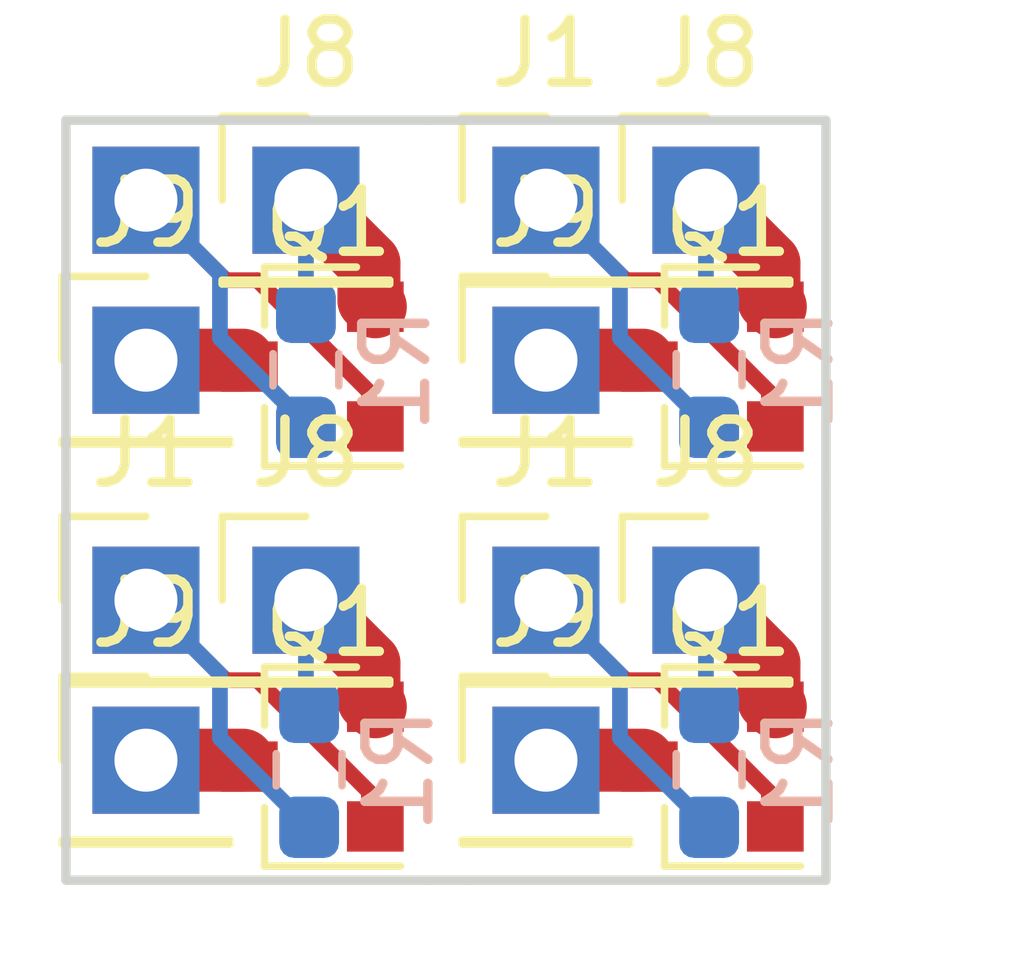
<source format=kicad_pcb>
(kicad_pcb (version 20211014) (generator pcbnew)
  (layers (0 "F.Cu" signal) (31 "B.Cu" signal) (35 "F.Paste" user) (36 "B.SilkS" user "B.Silkscreen") (37 "F.SilkS" user "F.Silkscreen") (38 "B.Mask" user) (39 "F.Mask" user) (44 "Edge.Cuts" user))
  (net 0 "")
  (net 1 "Net-(J8-Pad1)")
  (net 2 "Net-(J9-Pad1)")
  (net 3 "Net-(Q1-Pad1)")
  (footprint "Connector_PinHeader_2.54mm:PinHeader_1x01_P2.54mm_Vertical" (layer "F.Cu") (at 86.36 53.34)
    (fp_text reference "J8" (at 0 -2.33) (layer "F.SilkS"))
    (fp_text value "BATT+")
    (fp_line (start -1.33 0) (end -1.33 -1.33) (layer "F.SilkS") (width 0.12))
    (fp_line (start -1.33 -1.33) (end 0 -1.33) (layer "F.SilkS") (width 0.12))
    (fp_line (start -1.33 1.27) (end 1.33 1.27) (layer "F.SilkS") (width 0.12))
    (fp_line (start 1.33 1.27) (end 1.33 1.33) (layer "F.SilkS") (width 0.12))
    (fp_line (start -1.33 1.27) (end -1.33 1.33) (layer "F.SilkS") (width 0.12))
    (fp_line (start -1.33 1.33) (end 1.33 1.33) (layer "F.SilkS") (width 0.12))
    (pad "1" thru_hole rect (at 0 0) (size 1.7 1.7) (drill 1) (layers *.Cu *.Mask) (net 1 "Net-(J8-Pad1)"))
  )
  (footprint "Connector_PinHeader_2.54mm:PinHeader_1x01_P2.54mm_Vertical" (layer "F.Cu") (at 83.82 55.88)
    (fp_text reference "J9" (at 0 -2.33) (layer "F.SilkS"))
    (fp_text value "PB+")
    (fp_line (start -1.33 -1.33) (end 0 -1.33) (layer "F.SilkS") (width 0.12))
    (fp_line (start -1.33 0) (end -1.33 -1.33) (layer "F.SilkS") (width 0.12))
    (fp_line (start -1.33 1.27) (end -1.33 1.33) (layer "F.SilkS") (width 0.12))
    (fp_line (start 1.33 1.27) (end 1.33 1.33) (layer "F.SilkS") (width 0.12))
    (fp_line (start -1.33 1.33) (end 1.33 1.33) (layer "F.SilkS") (width 0.12))
    (fp_line (start -1.33 1.27) (end 1.33 1.27) (layer "F.SilkS") (width 0.12))
    (pad "1" thru_hole rect (at 0 0) (size 1.7 1.7) (drill 1) (layers *.Cu *.Mask) (net 2 "Net-(J9-Pad1)"))
  )
  (footprint "Package_TO_SOT_SMD:SOT-23" (layer "F.Cu") (at 86.4616 55.9816 180)
    (fp_text reference "Q1" (at -0.254 2.286 180) (layer "F.SilkS"))
    (fp_text value "Q_PMOS_GDS")
    (fp_line (start 0.76 -1.58) (end -1.4 -1.58) (layer "F.SilkS") (width 0.12))
    (fp_line (start 0.76 1.58) (end 0.76 0.65) (layer "F.SilkS") (width 0.12))
    (fp_line (start 0.76 1.58) (end -0.7 1.58) (layer "F.SilkS") (width 0.12))
    (fp_line (start 0.76 -1.58) (end 0.76 -0.65) (layer "F.SilkS") (width 0.12))
    (pad "1" smd rect locked (at -1 -0.95 180) (size 0.9 0.8) (layers "F.Cu" "F.Paste" "F.Mask") (net 3 "Net-(Q1-Pad1)"))
    (pad "2" smd rect locked (at -1 0.95 180) (size 0.9 0.8) (layers "F.Cu" "F.Paste" "F.Mask") (net 1 "Net-(J8-Pad1)"))
    (pad "3" smd rect locked (at 1 0 180) (size 0.9 0.8) (layers "F.Cu" "F.Paste" "F.Mask") (net 2 "Net-(J9-Pad1)"))
  )
  (footprint "drill:drill" (layer "F.Cu") (at 88.5825 54.61)
    (fp_text reference "REF**" hide)
    (fp_text value "drill" hide)
    (pad "" np_thru_hole circle (at 0 0 90) (size 0.01 0.01) (drill 0.635) (layers "F.Cu"))
  )
  (footprint "drill:drill" (layer "F.Cu") (at 83.82 51.7525)
    (fp_text reference "REF**" hide)
    (fp_text value "drill" hide)
    (pad "" np_thru_hole circle (at 0 0 90) (size 0.01 0.01) (drill 0.635) (layers "F.Cu"))
  )
  (footprint "" (layer "F.Cu") (at 83.82 46.99)
    (fp_text reference "" (at 0 0) (layer "F.SilkS") (effects (font (size 1.27 1.27))))
    (fp_text value "" (at 0 0) (layer "F.SilkS") (effects (font (size 1.27 1.27))))
    (pad "1" thru_hole rect (at 0 0) (size 1.7 1.7) (drill 1) (layers F&B.Cu *.Mask) (net 3 "Net-(Q1-Pad1)"))
  )
  (footprint "drill:drill" (layer "F.Cu") (at 87.63 51.7525)
    (fp_text reference "REF**" hide)
    (fp_text value "drill" hide)
    (pad "" np_thru_hole circle (at 0 0 90) (size 0.01 0.01) (drill 0.635) (layers "F.Cu"))
  )
  (footprint "Package_TO_SOT_SMD:SOT-23" (layer "F.Cu") (at 92.8116 55.9816 180)
    (fp_text reference "Q1" (at -0.254 2.286 180) (layer "F.SilkS"))
    (fp_text value "Q_PMOS_GDS")
    (fp_line (start 0.76 -1.58) (end -1.4 -1.58) (layer "F.SilkS") (width 0.12))
    (fp_line (start 0.76 1.58) (end 0.76 0.65) (layer "F.SilkS") (width 0.12))
    (fp_line (start 0.76 1.58) (end -0.7 1.58) (layer "F.SilkS") (width 0.12))
    (fp_line (start 0.76 -1.58) (end 0.76 -0.65) (layer "F.SilkS") (width 0.12))
    (pad "1" smd rect locked (at -1 -0.95 180) (size 0.9 0.8) (layers "F.Cu" "F.Paste" "F.Mask") (net 3 "Net-(Q1-Pad1)"))
    (pad "2" smd rect locked (at -1 0.95 180) (size 0.9 0.8) (layers "F.Cu" "F.Paste" "F.Mask") (net 1 "Net-(J8-Pad1)"))
    (pad "3" smd rect locked (at 1 0 180) (size 0.9 0.8) (layers "F.Cu" "F.Paste" "F.Mask") (net 2 "Net-(J9-Pad1)"))
  )
  (footprint "drill:drill" (layer "F.Cu") (at 88.5825 46.99)
    (fp_text reference "REF**" hide)
    (fp_text value "drill" hide)
    (pad "" np_thru_hole circle (at 0 0 90) (size 0.01 0.01) (drill 0.635) (layers "F.Cu"))
  )
  (footprint "drill:drill" (layer "F.Cu") (at 86.6775 51.7525)
    (fp_text reference "REF**" hide)
    (fp_text value "drill" hide)
    (pad "" np_thru_hole circle (at 0 0 90) (size 0.01 0.01) (drill 0.635) (layers "F.Cu"))
  )
  (footprint "Connector_PinHeader_2.54mm:PinHeader_1x01_P2.54mm_Vertical" (layer "F.Cu") (at 90.17 53.34)
    (fp_text reference "J1" (at 0 -2.33) (layer "F.SilkS"))
    (fp_text value "SW")
    (fp_line (start -1.33 1.33) (end 1.33 1.33) (layer "F.SilkS") (width 0.12))
    (fp_line (start -1.33 1.27) (end -1.33 1.33) (layer "F.SilkS") (width 0.12))
    (fp_line (start -1.33 0) (end -1.33 -1.33) (layer "F.SilkS") (width 0.12))
    (fp_line (start -1.33 1.27) (end 1.33 1.27) (layer "F.SilkS") (width 0.12))
    (fp_line (start 1.33 1.27) (end 1.33 1.33) (layer "F.SilkS") (width 0.12))
    (fp_line (start -1.33 -1.33) (end 0 -1.33) (layer "F.SilkS") (width 0.12))
    (pad "1" thru_hole rect (at 0 0) (size 1.7 1.7) (drill 1) (layers F&B.Cu *.Mask))
  )
  (footprint "drill:drill" (layer "F.Cu") (at 88.5825 55.5625)
    (fp_text reference "REF**" hide)
    (fp_text value "drill" hide)
    (pad "" np_thru_hole circle (at 0 0 90) (size 0.01 0.01) (drill 0.635) (layers "F.Cu"))
  )
  (footprint "Package_TO_SOT_SMD:SOT-23" (layer "F.Cu") (at 92.8116 49.6316 180)
    (fp_text reference "Q1" (at -0.254 2.286 180) (layer "F.SilkS"))
    (fp_text value "Q_PMOS_GDS")
    (fp_line (start 0.76 -1.58) (end -1.4 -1.58) (layer "F.SilkS") (width 0.12))
    (fp_line (start 0.76 1.58) (end 0.76 0.65) (layer "F.SilkS") (width 0.12))
    (fp_line (start 0.76 1.58) (end -0.7 1.58) (layer "F.SilkS") (width 0.12))
    (fp_line (start 0.76 -1.58) (end 0.76 -0.65) (layer "F.SilkS") (width 0.12))
    (pad "1" smd rect locked (at -1 -0.95 180) (size 0.9 0.8) (layers "F.Cu" "F.Paste" "F.Mask") (net 3 "Net-(Q1-Pad1)"))
    (pad "2" smd rect locked (at -1 0.95 180) (size 0.9 0.8) (layers "F.Cu" "F.Paste" "F.Mask") (net 1 "Net-(J8-Pad1)"))
    (pad "3" smd rect locked (at 1 0 180) (size 0.9 0.8) (layers "F.Cu" "F.Paste" "F.Mask") (net 2 "Net-(J9-Pad1)"))
  )
  (footprint "drill:drill" (layer "F.Cu") (at 88.5825 56.515)
    (fp_text reference "REF**" hide)
    (fp_text value "drill" hide)
    (pad "" np_thru_hole circle (at 0 0 90) (size 0.01 0.01) (drill 0.635) (layers "F.Cu"))
  )
  (footprint "drill:drill" (layer "F.Cu") (at 82.8675 51.7525)
    (fp_text reference "REF**" hide)
    (fp_text value "drill" hide)
    (pad "" np_thru_hole circle (at 0 0 90) (size 0.01 0.01) (drill 0.635) (layers "F.Cu"))
  )
  (footprint "drill:drill" (layer "F.Cu") (at 93.345 51.7525)
    (fp_text reference "REF**" hide)
    (fp_text value "drill" hide)
    (pad "" np_thru_hole circle (at 0 0 90) (size 0.01 0.01) (drill 0.635) (layers "F.Cu"))
  )
  (footprint "Connector_PinHeader_2.54mm:PinHeader_1x01_P2.54mm_Vertical" (layer "F.Cu") (at 90.17 49.53)
    (fp_text reference "J9" (at 0 -2.33) (layer "F.SilkS"))
    (fp_text value "PB+")
    (fp_line (start -1.33 -1.33) (end 0 -1.33) (layer "F.SilkS") (width 0.12))
    (fp_line (start -1.33 0) (end -1.33 -1.33) (layer "F.SilkS") (width 0.12))
    (fp_line (start -1.33 1.27) (end -1.33 1.33) (layer "F.SilkS") (width 0.12))
    (fp_line (start 1.33 1.27) (end 1.33 1.33) (layer "F.SilkS") (width 0.12))
    (fp_line (start -1.33 1.33) (end 1.33 1.33) (layer "F.SilkS") (width 0.12))
    (fp_line (start -1.33 1.27) (end 1.33 1.27) (layer "F.SilkS") (width 0.12))
    (pad "1" thru_hole rect (at 0 0) (size 1.7 1.7) (drill 1) (layers F&B.Cu *.Mask))
  )
  (footprint "drill:drill" (layer "F.Cu") (at 88.5825 48.895)
    (fp_text reference "REF**" hide)
    (fp_text value "drill" hide)
    (pad "" np_thru_hole circle (at 0 0 90) (size 0.01 0.01) (drill 0.635) (layers "F.Cu"))
  )
  (footprint "drill:drill" (layer "F.Cu") (at 85.725 51.7525)
    (fp_text reference "REF**" hide)
    (fp_text value "drill" hide)
    (pad "" np_thru_hole circle (at 0 0 90) (size 0.01 0.01) (drill 0.635) (layers "F.Cu"))
  )
  (footprint "drill:drill" (layer "F.Cu") (at 88.5825 46.0375)
    (fp_text reference "REF**" hide)
    (fp_text value "drill" hide)
    (pad "" np_thru_hole circle (at 0 0 90) (size 0.01 0.01) (drill 0.635) (layers "F.Cu"))
  )
  (footprint "drill:drill" (layer "F.Cu") (at 92.3925 51.7525)
    (fp_text reference "REF**" hide)
    (fp_text value "drill" hide)
    (pad "" np_thru_hole circle (at 0 0 90) (size 0.01 0.01) (drill 0.635) (layers "F.Cu"))
  )
  (footprint "drill:drill" (layer "F.Cu") (at 94.2975 51.7525)
    (fp_text reference "REF**" hide)
    (fp_text value "drill" hide)
    (pad "" np_thru_hole circle (at 0 0 90) (size 0.01 0.01) (drill 0.635) (layers "F.Cu"))
  )
  (footprint "drill:drill" (layer "F.Cu") (at 88.5825 47.9425)
    (fp_text reference "REF**" hide)
    (fp_text value "drill" hide)
    (pad "" np_thru_hole circle (at 0 0 90) (size 0.01 0.01) (drill 0.635) (layers "F.Cu"))
  )
  (footprint "drill:drill" (layer "F.Cu") (at 88.5825 57.4675)
    (fp_text reference "REF**" hide)
    (fp_text value "drill" hide)
    (pad "" np_thru_hole circle (at 0 0 90) (size 0.01 0.01) (drill 0.635) (layers "F.Cu"))
  )
  (footprint "drill:drill" (layer "F.Cu") (at 88.5825 52.705)
    (fp_text reference "REF**" hide)
    (fp_text value "drill" hide)
    (pad "" np_thru_hole circle (at 0 0 90) (size 0.01 0.01) (drill 0.635) (layers "F.Cu"))
  )
  (footprint "drill:drill" (layer "F.Cu") (at 90.4875 51.7525)
    (fp_text reference "REF**" hide)
    (fp_text value "drill" hide)
    (pad "" np_thru_hole circle (at 0 0 90) (size 0.01 0.01) (drill 0.635) (layers "F.Cu"))
  )
  (footprint "drill:drill" (layer "F.Cu") (at 88.5825 49.8475)
    (fp_text reference "REF**" hide)
    (fp_text value "drill" hide)
    (pad "" np_thru_hole circle (at 0 0 90) (size 0.01 0.01) (drill 0.635) (layers "F.Cu"))
  )
  (footprint "drill:drill" (layer "F.Cu") (at 88.5825 50.8)
    (fp_text reference "REF**" hide)
    (fp_text value "drill" hide)
    (pad "" np_thru_hole circle (at 0 0 90) (size 0.01 0.01) (drill 0.635) (layers "F.Cu"))
  )
  (footprint "Connector_PinHeader_2.54mm:PinHeader_1x01_P2.54mm_Vertical" (layer "F.Cu") (at 92.71 46.99)
    (fp_text reference "J8" (at 0 -2.33) (layer "F.SilkS"))
    (fp_text value "BATT+")
    (fp_line (start -1.33 0) (end -1.33 -1.33) (layer "F.SilkS") (width 0.12))
    (fp_line (start -1.33 -1.33) (end 0 -1.33) (layer "F.SilkS") (width 0.12))
    (fp_line (start -1.33 1.27) (end 1.33 1.27) (layer "F.SilkS") (width 0.12))
    (fp_line (start 1.33 1.27) (end 1.33 1.33) (layer "F.SilkS") (width 0.12))
    (fp_line (start -1.33 1.27) (end -1.33 1.33) (layer "F.SilkS") (width 0.12))
    (fp_line (start -1.33 1.33) (end 1.33 1.33) (layer "F.SilkS") (width 0.12))
    (pad "1" thru_hole rect (at 0 0) (size 1.7 1.7) (drill 1) (layers F&B.Cu *.Mask))
  )
  (footprint "drill:drill" (layer "F.Cu") (at 89.535 51.7525)
    (fp_text reference "REF**" hide)
    (fp_text value "drill" hide)
    (pad "" np_thru_hole circle (at 0 0 90) (size 0.01 0.01) (drill 0.635) (layers "F.Cu"))
  )
  (footprint "drill:drill" (layer "F.Cu") (at 88.5825 53.6575)
    (fp_text reference "REF**" hide)
    (fp_text value "drill" hide)
    (pad "" np_thru_hole circle (at 0 0 90) (size 0.01 0.01) (drill 0.635) (layers "F.Cu"))
  )
  (footprint "Connector_PinHeader_2.54mm:PinHeader_1x01_P2.54mm_Vertical" (layer "F.Cu") (at 86.36 46.99)
    (fp_text reference "J8" (at 0 -2.33) (layer "F.SilkS"))
    (fp_text value "BATT+")
    (fp_line (start -1.33 0) (end -1.33 -1.33) (layer "F.SilkS") (width 0.12))
    (fp_line (start -1.33 -1.33) (end 0 -1.33) (layer "F.SilkS") (width 0.12))
    (fp_line (start -1.33 1.27) (end 1.33 1.27) (layer "F.SilkS") (width 0.12))
    (fp_line (start 1.33 1.27) (end 1.33 1.33) (layer "F.SilkS") (width 0.12))
    (fp_line (start -1.33 1.27) (end -1.33 1.33) (layer "F.SilkS") (width 0.12))
    (fp_line (start -1.33 1.33) (end 1.33 1.33) (layer "F.SilkS") (width 0.12))
    (pad "1" thru_hole rect (at 0 0) (size 1.7 1.7) (drill 1) (layers F&B.Cu *.Mask))
  )
  (footprint "Connector_PinHeader_2.54mm:PinHeader_1x01_P2.54mm_Vertical" (layer "F.Cu") (at 83.82 53.34)
    (fp_text reference "J1" (at 0 -2.33) (layer "F.SilkS"))
    (fp_text value "SW")
    (fp_line (start -1.33 1.33) (end 1.33 1.33) (layer "F.SilkS") (width 0.12))
    (fp_line (start -1.33 1.27) (end -1.33 1.33) (layer "F.SilkS") (width 0.12))
    (fp_line (start -1.33 0) (end -1.33 -1.33) (layer "F.SilkS") (width 0.12))
    (fp_line (start -1.33 1.27) (end 1.33 1.27) (layer "F.SilkS") (width 0.12))
    (fp_line (start 1.33 1.27) (end 1.33 1.33) (layer "F.SilkS") (width 0.12))
    (fp_line (start -1.33 -1.33) (end 0 -1.33) (layer "F.SilkS") (width 0.12))
    (pad "1" thru_hole rect (at 0 0) (size 1.7 1.7) (drill 1) (layers *.Cu *.Mask) (net 3 "Net-(Q1-Pad1)"))
  )
  (footprint "drill:drill" (layer "F.Cu") (at 88.5825 51.7525)
    (fp_text reference "REF**" hide)
    (fp_text value "drill" hide)
    (pad "" np_thru_hole circle (at 0 0 90) (size 0.01 0.01) (drill 0.635) (layers "F.Cu"))
  )
  (footprint "Connector_PinHeader_2.54mm:PinHeader_1x01_P2.54mm_Vertical" (layer "F.Cu") (at 83.82 49.53)
    (fp_text reference "J9" (at 0 -2.33) (layer "F.SilkS"))
    (fp_text value "PB+")
    (fp_line (start -1.33 -1.33) (end 0 -1.33) (layer "F.SilkS") (width 0.12))
    (fp_line (start -1.33 0) (end -1.33 -1.33) (layer "F.SilkS") (width 0.12))
    (fp_line (start -1.33 1.27) (end -1.33 1.33) (layer "F.SilkS") (width 0.12))
    (fp_line (start 1.33 1.27) (end 1.33 1.33) (layer "F.SilkS") (width 0.12))
    (fp_line (start -1.33 1.33) (end 1.33 1.33) (layer "F.SilkS") (width 0.12))
    (fp_line (start -1.33 1.27) (end 1.33 1.27) (layer "F.SilkS") (width 0.12))
    (pad "1" thru_hole rect (at 0 0) (size 1.7 1.7) (drill 1) (layers F&B.Cu *.Mask))
  )
  (footprint "Connector_PinHeader_2.54mm:PinHeader_1x01_P2.54mm_Vertical" (layer "F.Cu") (at 90.17 46.99)
    (fp_text reference "J1" (at 0 -2.33) (layer "F.SilkS"))
    (fp_text value "SW")
    (fp_line (start -1.33 1.33) (end 1.33 1.33) (layer "F.SilkS") (width 0.12))
    (fp_line (start -1.33 1.27) (end -1.33 1.33) (layer "F.SilkS") (width 0.12))
    (fp_line (start -1.33 0) (end -1.33 -1.33) (layer "F.SilkS") (width 0.12))
    (fp_line (start -1.33 1.27) (end 1.33 1.27) (layer "F.SilkS") (width 0.12))
    (fp_line (start 1.33 1.27) (end 1.33 1.33) (layer "F.SilkS") (width 0.12))
    (fp_line (start -1.33 -1.33) (end 0 -1.33) (layer "F.SilkS") (width 0.12))
    (pad "1" thru_hole rect (at 0 0) (size 1.7 1.7) (drill 1) (layers F&B.Cu *.Mask))
  )
  (footprint "drill:drill" (layer "F.Cu") (at 91.44 51.7525)
    (fp_text reference "REF**" hide)
    (fp_text value "drill" hide)
    (pad "" np_thru_hole circle (at 0 0 90) (size 0.01 0.01) (drill 0.635) (layers "F.Cu"))
  )
  (footprint "Connector_PinHeader_2.54mm:PinHeader_1x01_P2.54mm_Vertical" (layer "F.Cu") (at 90.17 55.88)
    (fp_text reference "J9" (at 0 -2.33) (layer "F.SilkS"))
    (fp_text value "PB+")
    (fp_line (start -1.33 -1.33) (end 0 -1.33) (layer "F.SilkS") (width 0.12))
    (fp_line (start -1.33 0) (end -1.33 -1.33) (layer "F.SilkS") (width 0.12))
    (fp_line (start -1.33 1.27) (end -1.33 1.33) (layer "F.SilkS") (width 0.12))
    (fp_line (start 1.33 1.27) (end 1.33 1.33) (layer "F.SilkS") (width 0.12))
    (fp_line (start -1.33 1.33) (end 1.33 1.33) (layer "F.SilkS") (width 0.12))
    (fp_line (start -1.33 1.27) (end 1.33 1.27) (layer "F.SilkS") (width 0.12))
    (pad "1" thru_hole rect (at 0 0) (size 1.7 1.7) (drill 1) (layers F&B.Cu *.Mask))
  )
  (footprint "Connector_PinHeader_2.54mm:PinHeader_1x01_P2.54mm_Vertical" (layer "F.Cu") (at 92.71 53.34)
    (fp_text reference "J8" (at 0 -2.33) (layer "F.SilkS"))
    (fp_text value "BATT+")
    (fp_line (start -1.33 0) (end -1.33 -1.33) (layer "F.SilkS") (width 0.12))
    (fp_line (start -1.33 -1.33) (end 0 -1.33) (layer "F.SilkS") (width 0.12))
    (fp_line (start -1.33 1.27) (end 1.33 1.27) (layer "F.SilkS") (width 0.12))
    (fp_line (start 1.33 1.27) (end 1.33 1.33) (layer "F.SilkS") (width 0.12))
    (fp_line (start -1.33 1.27) (end -1.33 1.33) (layer "F.SilkS") (width 0.12))
    (fp_line (start -1.33 1.33) (end 1.33 1.33) (layer "F.SilkS") (width 0.12))
    (pad "1" thru_hole rect (at 0 0) (size 1.7 1.7) (drill 1) (layers F&B.Cu *.Mask))
  )
  (footprint "drill:drill" (layer "F.Cu") (at 84.7725 51.7525)
    (fp_text reference "REF**" hide)
    (fp_text value "drill" hide)
    (pad "" np_thru_hole circle (at 0 0 90) (size 0.01 0.01) (drill 0.635) (layers "F.Cu"))
  )
  (footprint "Package_TO_SOT_SMD:SOT-23" (layer "F.Cu") (at 86.4616 49.6316 180)
    (fp_text reference "Q1" (at -0.254 2.286 180) (layer "F.SilkS"))
    (fp_text value "Q_PMOS_GDS")
    (fp_line (start 0.76 -1.58) (end -1.4 -1.58) (layer "F.SilkS") (width 0.12))
    (fp_line (start 0.76 1.58) (end 0.76 0.65) (layer "F.SilkS") (width 0.12))
    (fp_line (start 0.76 1.58) (end -0.7 1.58) (layer "F.SilkS") (width 0.12))
    (fp_line (start 0.76 -1.58) (end 0.76 -0.65) (layer "F.SilkS") (width 0.12))
    (pad "1" smd rect locked (at -1 -0.95 180) (size 0.9 0.8) (layers "F.Cu" "F.Paste" "F.Mask") (net 3 "Net-(Q1-Pad1)"))
    (pad "2" smd rect locked (at -1 0.95 180) (size 0.9 0.8) (layers "F.Cu" "F.Paste" "F.Mask") (net 1 "Net-(J8-Pad1)"))
    (pad "3" smd rect locked (at 1 0 180) (size 0.9 0.8) (layers "F.Cu" "F.Paste" "F.Mask") (net 2 "Net-(J9-Pad1)"))
  )
  (footprint "Resistor_SMD:R_0603_1608Metric_Pad0.98x0.95mm_HandSolder" (layer "B.Cu") (at 92.7608 56.0324 90)
    (fp_text reference "R1" (at 0 1.43 90) (layer "B.SilkS") (effects (justify mirror)))
    (fp_text value "100k")
    (fp_line (start -0.254724 0.5225) (end 0.254724 0.5225) (layer "B.SilkS") (width 0.12))
    (fp_line (start -0.254724 -0.5225) (end 0.254724 -0.5225) (layer "B.SilkS") (width 0.12))
    (pad "1" smd roundrect (at -0.9125 0 90) (size 0.975 0.95) (layers "B.Cu" "B.Mask"))
    (pad "2" smd roundrect (at 0.9125 0 90) (size 0.975 0.95) (layers "B.Cu" "B.Mask"))
  )
  (footprint "Resistor_SMD:R_0603_1608Metric_Pad0.98x0.95mm_HandSolder" (layer "B.Cu") (at 86.36 49.6824 90)
    (fp_text reference "R1" (at 0 1.43 90) (layer "B.SilkS") (effects (justify mirror)))
    (fp_text value "100k")
    (fp_line (start -0.254724 0.5225) (end 0.254724 0.5225) (layer "B.SilkS") (width 0.12))
    (fp_line (start -0.254724 -0.5225) (end 0.254724 -0.5225) (layer "B.SilkS") (width 0.12))
    (pad "1" smd roundrect (at -0.9125 0 90) (size 0.975 0.95) (layers "B.Cu" "B.Mask"))
    (pad "2" smd roundrect (at 0.9125 0 90) (size 0.975 0.95) (layers "B.Cu" "B.Mask"))
  )
  (footprint "Resistor_SMD:R_0603_1608Metric_Pad0.98x0.95mm_HandSolder" (layer "B.Cu") (at 86.4108 56.0324 90)
    (fp_text reference "R1" (at 0 1.43 90) (layer "B.SilkS") (effects (justify mirror)))
    (fp_text value "100k")
    (fp_line (start -0.254724 0.5225) (end 0.254724 0.5225) (layer "B.SilkS") (width 0.12))
    (fp_line (start -0.254724 -0.5225) (end 0.254724 -0.5225) (layer "B.SilkS") (width 0.12))
    (pad "1" smd roundrect (at -0.9125 0 90) (size 0.975 0.95) (layers "B.Cu" "B.Paste" "B.Mask") (net 3 "Net-(Q1-Pad1)"))
    (pad "2" smd roundrect (at 0.9125 0 90) (size 0.975 0.95) (layers "B.Cu" "B.Paste" "B.Mask") (net 1 "Net-(J8-Pad1)"))
  )
  (footprint "Resistor_SMD:R_0603_1608Metric_Pad0.98x0.95mm_HandSolder" (layer "B.Cu") (at 92.7608 49.6824 90)
    (fp_text reference "R1" (at 0 1.43 90) (layer "B.SilkS") (effects (justify mirror)))
    (fp_text value "100k")
    (fp_line (start -0.254724 0.5225) (end 0.254724 0.5225) (layer "B.SilkS") (width 0.12))
    (fp_line (start -0.254724 -0.5225) (end 0.254724 -0.5225) (layer "B.SilkS") (width 0.12))
    (pad "1" smd roundrect (at -0.9125 0 90) (size 0.975 0.95) (layers "B.Cu" "B.Mask"))
    (pad "2" smd roundrect (at 0.9125 0 90) (size 0.975 0.95) (layers "B.Cu" "B.Mask"))
  )
  (gr_line (start 88.265 57.785) (end 88.9 57.785) (layer "Edge.Cuts") (width 0.15))
  (gr_line (start 94.615 45.72) (end 94.615 51.435) (layer "Edge.Cuts") (width 0.15))
  (gr_line (start 82.55 57.785) (end 82.55 52.07) (layer "Edge.Cuts") (width 0.15))
  (gr_line (start 94.615 52.07) (end 94.615 57.785) (layer "Edge.Cuts") (width 0.15))
  (gr_line (start 88.265 45.72) (end 88.9 45.72) (layer "Edge.Cuts") (width 0.15))
  (gr_line (start 82.55 51.435) (end 82.55 45.72) (layer "Edge.Cuts") (width 0.15))
  (gr_line (start 94.615 51.435) (end 94.615 52.07) (layer "Edge.Cuts") (width 0.15))
  (gr_line (start 88.9 45.72) (end 94.615 45.72) (layer "Edge.Cuts") (width 0.15))
  (gr_line (start 94.615 57.785) (end 88.9 57.785) (layer "Edge.Cuts") (width 0.15))
  (gr_line (start 82.55 45.72) (end 88.265 45.72) (layer "Edge.Cuts") (width 0.15))
  (gr_line (start 88.265 57.785) (end 82.55 57.785) (layer "Edge.Cuts") (width 0.15))
  (gr_line (start 82.55 52.07) (end 82.55 51.435) (layer "Edge.Cuts") (width 0.15))
  (segment (start 93.71 54.93) (end 93.8116 55.0316) (width 1) (layer "F.Cu") (net 1))
  (segment (start 93.71 47.99) (end 92.71 46.99) (width 1) (layer "F.Cu") (net 1))
  (segment (start 87.36 54.34) (end 87.36 54.93) (width 1) (layer "F.Cu") (net 1))
  (segment (start 87.36 47.99) (end 87.36 48.58) (width 1) (layer "F.Cu") (net 1))
  (segment (start 93.71 54.34) (end 92.71 53.34) (width 1) (layer "F.Cu") (net 1))
  (segment (start 93.71 54.34) (end 93.71 54.93) (width 1) (layer "F.Cu") (net 1))
  (segment (start 87.36 54.93) (end 87.4616 55.0316) (width 1) (layer "F.Cu") (net 1))
  (segment (start 93.71 48.58) (end 93.8116 48.6816) (width 1) (layer "F.Cu") (net 1))
  (segment (start 87.36 47.99) (end 86.36 46.99) (width 1) (layer "F.Cu") (net 1))
  (segment (start 87.36 54.34) (end 86.36 53.34) (width 1) (layer "F.Cu") (net 1))
  (segment (start 93.71 47.99) (end 93.71 48.58) (width 1) (layer "F.Cu") (net 1))
  (segment (start 87.36 48.58) (end 87.4616 48.6816) (width 1) (layer "F.Cu") (net 1))
  (segment (start 92.7608 48.7699) (end 92.71 48.7191) (width 0.25) (layer "B.Cu") (net 1))
  (segment (start 86.4108 48.7699) (end 86.36 48.7191) (width 0.25) (layer "B.Cu") (net 1))
  (segment (start 92.71 55.0691) (end 92.71 53.34) (width 0.25) (layer "B.Cu") (net 1))
  (segment (start 86.4108 55.1199) (end 86.36 55.0691) (width 0.25) (layer "B.Cu") (net 1))
  (segment (start 86.36 55.0691) (end 86.36 53.34) (width 0.25) (layer "B.Cu") (net 1))
  (segment (start 86.36 48.7191) (end 86.36 46.99) (width 0.25) (layer "B.Cu") (net 1))
  (segment (start 92.71 48.7191) (end 92.71 46.99) (width 0.25) (layer "B.Cu") (net 1))
  (segment (start 92.7608 55.1199) (end 92.71 55.0691) (width 0.25) (layer "B.Cu") (net 1))
  (segment (start 85.36 49.53) (end 83.82 49.53) (width 1) (layer "F.Cu") (net 2))
  (segment (start 91.71 49.53) (end 90.17 49.53) (width 1) (layer "F.Cu") (net 2))
  (segment (start 91.71 55.88) (end 90.17 55.88) (width 1) (layer "F.Cu") (net 2))
  (segment (start 85.36 55.88) (end 83.82 55.88) (width 1) (layer "F.Cu") (net 2))
  (segment (start 93.71 56.38) (end 91.94 54.61) (width 0.25) (layer "F.Cu") (net 3))
  (segment (start 85.09 48.26) (end 83.82 46.99) (width 0.25) (layer "F.Cu") (net 3))
  (segment (start 87.36 50.48) (end 87.36 50.03) (width 0.25) (layer "F.Cu") (net 3))
  (segment (start 87.36 56.38) (end 85.59 54.61) (width 0.25) (layer "F.Cu") (net 3))
  (segment (start 85.59 48.26) (end 85.09 48.26) (width 0.25) (layer "F.Cu") (net 3))
  (segment (start 85.09 54.61) (end 83.82 53.34) (width 0.25) (layer "F.Cu") (net 3))
  (segment (start 93.71 50.48) (end 93.71 50.03) (width 0.25) (layer "F.Cu") (net 3))
  (segment (start 85.59 54.61) (end 85.09 54.61) (width 0.25) (layer "F.Cu") (net 3))
  (segment (start 91.94 48.26) (end 91.44 48.26) (width 0.25) (layer "F.Cu") (net 3))
  (segment (start 91.94 54.61) (end 91.44 54.61) (width 0.25) (layer "F.Cu") (net 3))
  (segment (start 93.71 50.03) (end 91.94 48.26) (width 0.25) (layer "F.Cu") (net 3))
  (segment (start 87.36 56.83) (end 87.36 56.38) (width 0.25) (layer "F.Cu") (net 3))
  (segment (start 91.44 54.61) (end 90.17 53.34) (width 0.25) (layer "F.Cu") (net 3))
  (segment (start 91.44 48.26) (end 90.17 46.99) (width 0.25) (layer "F.Cu") (net 3))
  (segment (start 87.36 50.03) (end 85.59 48.26) (width 0.25) (layer "F.Cu") (net 3))
  (segment (start 93.71 56.83) (end 93.71 56.38) (width 0.25) (layer "F.Cu") (net 3))
  (segment (start 92.7608 56.9449) (end 91.345 55.5291) (width 0.25) (layer "B.Cu") (net 3))
  (segment (start 84.995 55.5291) (end 84.995 54.515) (width 0.25) (layer "B.Cu") (net 3))
  (segment (start 86.4108 50.5949) (end 84.995 49.1791) (width 0.25) (layer "B.Cu") (net 3))
  (segment (start 91.345 48.165) (end 90.17 46.99) (width 0.25) (layer "B.Cu") (net 3))
  (segment (start 86.4108 56.9449) (end 84.995 55.5291) (width 0.25) (layer "B.Cu") (net 3))
  (segment (start 91.345 49.1791) (end 91.345 48.165) (width 0.25) (layer "B.Cu") (net 3))
  (segment (start 84.995 48.165) (end 83.82 46.99) (width 0.25) (layer "B.Cu") (net 3))
  (segment (start 91.345 54.515) (end 90.17 53.34) (width 0.25) (layer "B.Cu") (net 3))
  (segment (start 84.995 54.515) (end 83.82 53.34) (width 0.25) (layer "B.Cu") (net 3))
  (segment (start 92.7608 50.5949) (end 91.345 49.1791) (width 0.25) (layer "B.Cu") (net 3))
  (segment (start 91.345 55.5291) (end 91.345 54.515) (width 0.25) (layer "B.Cu") (net 3))
  (segment (start 84.995 49.1791) (end 84.995 48.165) (width 0.25) (layer "B.Cu") (net 3))
)
</source>
